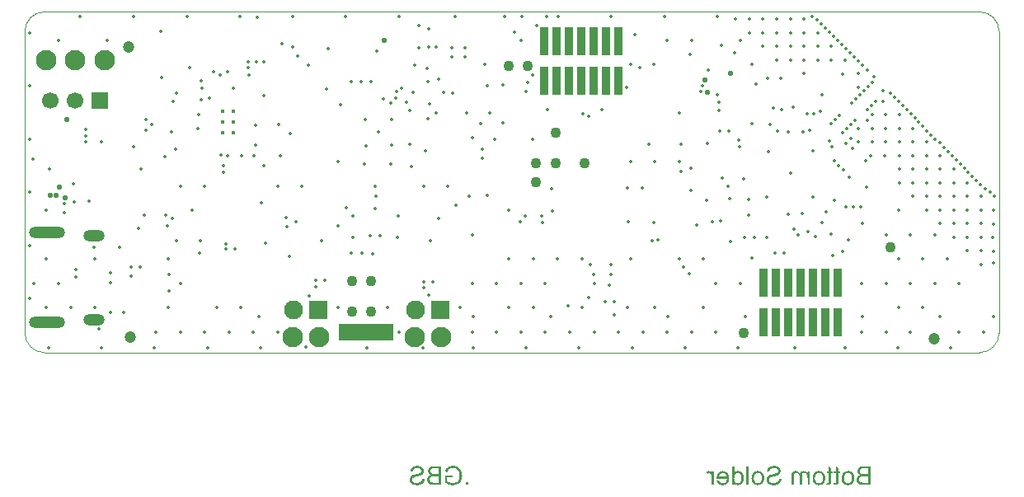
<source format=gbs>
G04*
G04 #@! TF.GenerationSoftware,Altium Limited,Altium Designer,24.2.2 (26)*
G04*
G04 Layer_Color=16711935*
%FSLAX43Y43*%
%MOMM*%
G71*
G04*
G04 #@! TF.SameCoordinates,4F7CD7CC-9D04-48A1-B46F-AFD2B6BA45A4*
G04*
G04*
G04 #@! TF.FilePolarity,Negative*
G04*
G01*
G75*
%ADD14C,0.100*%
%ADD29C,1.100*%
%ADD71C,1.200*%
%ADD80C,1.700*%
%ADD81R,1.700X1.700*%
%ADD82C,2.100*%
%ADD83R,1.950X1.950*%
%ADD84C,1.950*%
%ADD85O,2.200X1.200*%
%ADD86O,2.700X1.200*%
%ADD87O,3.700X1.200*%
%ADD88C,0.100*%
%ADD89C,0.350*%
%ADD90C,0.550*%
%ADD91C,0.400*%
%ADD179R,5.583X1.766*%
%ADD180R,0.840X2.890*%
G36*
X44046Y-11633D02*
X44143Y-11647D01*
X44187Y-11655D01*
X44229Y-11666D01*
X44268Y-11675D01*
X44304Y-11686D01*
X44337Y-11697D01*
X44365Y-11708D01*
X44390Y-11719D01*
X44412Y-11727D01*
X44429Y-11736D01*
X44440Y-11741D01*
X44448Y-11744D01*
X44451Y-11747D01*
X44490Y-11772D01*
X44529Y-11797D01*
X44596Y-11855D01*
X44654Y-11913D01*
X44701Y-11975D01*
X44740Y-12027D01*
X44754Y-12050D01*
X44765Y-12072D01*
X44776Y-12088D01*
X44782Y-12099D01*
X44784Y-12108D01*
X44787Y-12111D01*
X44826Y-12202D01*
X44854Y-12294D01*
X44876Y-12383D01*
X44881Y-12424D01*
X44890Y-12463D01*
X44893Y-12499D01*
X44898Y-12530D01*
X44901Y-12560D01*
Y-12585D01*
X44904Y-12605D01*
Y-12619D01*
Y-12630D01*
Y-12633D01*
X44898Y-12735D01*
X44884Y-12832D01*
X44876Y-12877D01*
X44868Y-12918D01*
X44856Y-12960D01*
X44845Y-12996D01*
X44834Y-13030D01*
X44823Y-13057D01*
X44815Y-13085D01*
X44807Y-13104D01*
X44798Y-13124D01*
X44793Y-13135D01*
X44787Y-13143D01*
Y-13146D01*
X44737Y-13227D01*
X44682Y-13296D01*
X44623Y-13357D01*
X44568Y-13407D01*
X44515Y-13446D01*
X44496Y-13460D01*
X44476Y-13474D01*
X44459Y-13482D01*
X44448Y-13490D01*
X44440Y-13493D01*
X44437Y-13496D01*
X44393Y-13518D01*
X44348Y-13535D01*
X44260Y-13565D01*
X44174Y-13585D01*
X44093Y-13601D01*
X44057Y-13604D01*
X44024Y-13610D01*
X43993Y-13613D01*
X43968D01*
X43949Y-13615D01*
X43921D01*
X43843Y-13613D01*
X43768Y-13604D01*
X43699Y-13590D01*
X43638Y-13576D01*
X43613Y-13571D01*
X43588Y-13565D01*
X43566Y-13557D01*
X43546Y-13551D01*
X43532Y-13546D01*
X43521Y-13543D01*
X43516Y-13540D01*
X43513D01*
X43438Y-13510D01*
X43368Y-13474D01*
X43302Y-13435D01*
X43244Y-13399D01*
X43219Y-13382D01*
X43194Y-13365D01*
X43174Y-13352D01*
X43157Y-13340D01*
X43144Y-13329D01*
X43132Y-13321D01*
X43127Y-13318D01*
X43124Y-13315D01*
Y-12602D01*
X43940D01*
Y-12830D01*
X43374D01*
Y-13191D01*
X43407Y-13218D01*
X43446Y-13243D01*
X43488Y-13266D01*
X43527Y-13285D01*
X43560Y-13302D01*
X43591Y-13315D01*
X43602Y-13321D01*
X43607Y-13324D01*
X43613Y-13327D01*
X43616D01*
X43674Y-13346D01*
X43732Y-13363D01*
X43785Y-13374D01*
X43835Y-13379D01*
X43876Y-13385D01*
X43893D01*
X43910Y-13388D01*
X43938D01*
X44007Y-13385D01*
X44074Y-13374D01*
X44135Y-13360D01*
X44190Y-13346D01*
X44235Y-13329D01*
X44254Y-13324D01*
X44268Y-13318D01*
X44282Y-13313D01*
X44290Y-13307D01*
X44296Y-13304D01*
X44298D01*
X44357Y-13268D01*
X44410Y-13229D01*
X44454Y-13188D01*
X44490Y-13146D01*
X44521Y-13107D01*
X44540Y-13077D01*
X44548Y-13066D01*
X44551Y-13057D01*
X44557Y-13052D01*
Y-13049D01*
X44584Y-12980D01*
X44607Y-12907D01*
X44621Y-12835D01*
X44632Y-12766D01*
X44634Y-12735D01*
X44637Y-12707D01*
X44640Y-12680D01*
Y-12658D01*
X44643Y-12641D01*
Y-12627D01*
Y-12619D01*
Y-12616D01*
X44640Y-12538D01*
X44632Y-12469D01*
X44621Y-12402D01*
X44607Y-12344D01*
X44601Y-12319D01*
X44593Y-12297D01*
X44587Y-12277D01*
X44582Y-12261D01*
X44576Y-12247D01*
X44573Y-12238D01*
X44571Y-12233D01*
Y-12230D01*
X44551Y-12191D01*
X44532Y-12155D01*
X44512Y-12122D01*
X44493Y-12094D01*
X44476Y-12072D01*
X44462Y-12052D01*
X44451Y-12041D01*
X44448Y-12038D01*
X44418Y-12008D01*
X44385Y-11980D01*
X44348Y-11958D01*
X44315Y-11936D01*
X44287Y-11922D01*
X44265Y-11908D01*
X44249Y-11902D01*
X44243Y-11900D01*
X44193Y-11880D01*
X44143Y-11866D01*
X44090Y-11858D01*
X44043Y-11850D01*
X44001Y-11847D01*
X43985D01*
X43971Y-11844D01*
X43940D01*
X43888Y-11847D01*
X43838Y-11852D01*
X43793Y-11861D01*
X43754Y-11869D01*
X43721Y-11880D01*
X43696Y-11889D01*
X43682Y-11894D01*
X43677Y-11897D01*
X43635Y-11916D01*
X43599Y-11938D01*
X43566Y-11961D01*
X43541Y-11983D01*
X43521Y-12002D01*
X43504Y-12016D01*
X43496Y-12027D01*
X43493Y-12030D01*
X43468Y-12063D01*
X43449Y-12102D01*
X43430Y-12138D01*
X43413Y-12177D01*
X43402Y-12211D01*
X43393Y-12236D01*
X43391Y-12247D01*
X43388Y-12255D01*
X43385Y-12258D01*
Y-12261D01*
X43155Y-12199D01*
X43174Y-12130D01*
X43199Y-12069D01*
X43224Y-12013D01*
X43246Y-11969D01*
X43269Y-11933D01*
X43285Y-11908D01*
X43296Y-11891D01*
X43302Y-11886D01*
X43341Y-11841D01*
X43382Y-11805D01*
X43427Y-11772D01*
X43468Y-11744D01*
X43507Y-11725D01*
X43538Y-11708D01*
X43549Y-11703D01*
X43557Y-11700D01*
X43563Y-11697D01*
X43566D01*
X43629Y-11675D01*
X43696Y-11658D01*
X43757Y-11644D01*
X43815Y-11636D01*
X43868Y-11630D01*
X43890D01*
X43907Y-11628D01*
X43996D01*
X44046Y-11633D01*
D02*
G37*
G36*
X45548Y-13582D02*
X45278D01*
Y-13313D01*
X45548D01*
Y-13582D01*
D02*
G37*
G36*
X42760D02*
X42028D01*
X41961Y-13579D01*
X41903Y-13576D01*
X41850Y-13571D01*
X41805Y-13565D01*
X41769Y-13560D01*
X41742Y-13557D01*
X41725Y-13551D01*
X41719D01*
X41672Y-13538D01*
X41633Y-13524D01*
X41597Y-13507D01*
X41567Y-13490D01*
X41542Y-13479D01*
X41522Y-13468D01*
X41511Y-13460D01*
X41508Y-13457D01*
X41478Y-13432D01*
X41450Y-13402D01*
X41428Y-13371D01*
X41406Y-13343D01*
X41389Y-13315D01*
X41378Y-13296D01*
X41370Y-13282D01*
X41367Y-13277D01*
X41347Y-13232D01*
X41333Y-13188D01*
X41322Y-13146D01*
X41317Y-13107D01*
X41311Y-13074D01*
X41308Y-13046D01*
Y-13030D01*
Y-13027D01*
Y-13024D01*
X41311Y-12963D01*
X41322Y-12907D01*
X41339Y-12860D01*
X41356Y-12816D01*
X41372Y-12782D01*
X41389Y-12757D01*
X41400Y-12741D01*
X41403Y-12735D01*
X41442Y-12691D01*
X41483Y-12655D01*
X41531Y-12624D01*
X41572Y-12599D01*
X41611Y-12580D01*
X41644Y-12569D01*
X41656Y-12563D01*
X41664Y-12560D01*
X41669Y-12558D01*
X41672D01*
X41625Y-12530D01*
X41583Y-12502D01*
X41550Y-12472D01*
X41522Y-12444D01*
X41500Y-12422D01*
X41483Y-12399D01*
X41475Y-12388D01*
X41472Y-12383D01*
X41450Y-12341D01*
X41433Y-12302D01*
X41420Y-12263D01*
X41411Y-12227D01*
X41406Y-12197D01*
X41403Y-12172D01*
Y-12158D01*
Y-12152D01*
X41406Y-12105D01*
X41414Y-12058D01*
X41428Y-12016D01*
X41442Y-11977D01*
X41456Y-11944D01*
X41470Y-11922D01*
X41478Y-11905D01*
X41481Y-11900D01*
X41511Y-11858D01*
X41544Y-11819D01*
X41581Y-11789D01*
X41614Y-11764D01*
X41642Y-11744D01*
X41667Y-11730D01*
X41683Y-11722D01*
X41686Y-11719D01*
X41689D01*
X41742Y-11700D01*
X41800Y-11686D01*
X41858Y-11675D01*
X41914Y-11669D01*
X41964Y-11664D01*
X41986D01*
X42005Y-11661D01*
X42760D01*
Y-13582D01*
D02*
G37*
G36*
X40370Y-11630D02*
X40434Y-11639D01*
X40495Y-11650D01*
X40548Y-11661D01*
X40589Y-11672D01*
X40609Y-11678D01*
X40623Y-11683D01*
X40634Y-11689D01*
X40642Y-11691D01*
X40648Y-11694D01*
X40651D01*
X40706Y-11722D01*
X40756Y-11752D01*
X40798Y-11786D01*
X40831Y-11816D01*
X40856Y-11844D01*
X40875Y-11866D01*
X40889Y-11883D01*
X40892Y-11886D01*
Y-11889D01*
X40920Y-11936D01*
X40939Y-11983D01*
X40953Y-12030D01*
X40961Y-12072D01*
X40967Y-12108D01*
X40973Y-12136D01*
Y-12147D01*
Y-12155D01*
Y-12158D01*
Y-12161D01*
X40970Y-12208D01*
X40961Y-12252D01*
X40950Y-12294D01*
X40939Y-12330D01*
X40928Y-12358D01*
X40917Y-12380D01*
X40909Y-12394D01*
X40906Y-12399D01*
X40878Y-12438D01*
X40845Y-12474D01*
X40812Y-12505D01*
X40778Y-12530D01*
X40750Y-12552D01*
X40725Y-12566D01*
X40709Y-12577D01*
X40706Y-12580D01*
X40703D01*
X40681Y-12591D01*
X40656Y-12602D01*
X40601Y-12621D01*
X40537Y-12641D01*
X40476Y-12660D01*
X40420Y-12677D01*
X40395Y-12682D01*
X40373Y-12688D01*
X40356Y-12694D01*
X40342Y-12696D01*
X40334Y-12699D01*
X40331D01*
X40284Y-12710D01*
X40240Y-12721D01*
X40201Y-12732D01*
X40167Y-12741D01*
X40134Y-12749D01*
X40106Y-12757D01*
X40081Y-12763D01*
X40062Y-12771D01*
X40043Y-12777D01*
X40029Y-12780D01*
X40006Y-12788D01*
X39993Y-12791D01*
X39990Y-12794D01*
X39948Y-12810D01*
X39912Y-12830D01*
X39882Y-12849D01*
X39859Y-12866D01*
X39840Y-12882D01*
X39829Y-12894D01*
X39820Y-12902D01*
X39818Y-12905D01*
X39798Y-12930D01*
X39784Y-12957D01*
X39776Y-12985D01*
X39768Y-13007D01*
X39765Y-13030D01*
X39762Y-13046D01*
Y-13060D01*
Y-13063D01*
X39765Y-13096D01*
X39770Y-13127D01*
X39779Y-13154D01*
X39790Y-13177D01*
X39801Y-13199D01*
X39809Y-13213D01*
X39815Y-13224D01*
X39818Y-13227D01*
X39840Y-13254D01*
X39868Y-13277D01*
X39895Y-13296D01*
X39920Y-13315D01*
X39945Y-13327D01*
X39965Y-13338D01*
X39979Y-13343D01*
X39984Y-13346D01*
X40026Y-13360D01*
X40070Y-13371D01*
X40115Y-13377D01*
X40154Y-13382D01*
X40187Y-13385D01*
X40215Y-13388D01*
X40240D01*
X40301Y-13385D01*
X40356Y-13379D01*
X40406Y-13371D01*
X40451Y-13360D01*
X40487Y-13349D01*
X40514Y-13340D01*
X40523Y-13338D01*
X40531Y-13335D01*
X40534Y-13332D01*
X40537D01*
X40581Y-13310D01*
X40623Y-13285D01*
X40653Y-13260D01*
X40681Y-13235D01*
X40703Y-13216D01*
X40717Y-13196D01*
X40725Y-13185D01*
X40728Y-13182D01*
X40748Y-13146D01*
X40767Y-13107D01*
X40778Y-13066D01*
X40789Y-13030D01*
X40798Y-12993D01*
X40803Y-12968D01*
Y-12957D01*
X40806Y-12949D01*
Y-12946D01*
Y-12943D01*
X41045Y-12966D01*
X41039Y-13035D01*
X41028Y-13102D01*
X41011Y-13160D01*
X40992Y-13213D01*
X40973Y-13254D01*
X40964Y-13271D01*
X40959Y-13285D01*
X40950Y-13296D01*
X40948Y-13304D01*
X40942Y-13310D01*
Y-13313D01*
X40900Y-13365D01*
X40856Y-13413D01*
X40809Y-13452D01*
X40764Y-13485D01*
X40725Y-13510D01*
X40692Y-13526D01*
X40681Y-13532D01*
X40673Y-13538D01*
X40667Y-13540D01*
X40664D01*
X40595Y-13565D01*
X40523Y-13585D01*
X40451Y-13596D01*
X40381Y-13607D01*
X40348Y-13610D01*
X40320Y-13613D01*
X40295D01*
X40273Y-13615D01*
X40229D01*
X40154Y-13613D01*
X40084Y-13604D01*
X40020Y-13590D01*
X39968Y-13576D01*
X39923Y-13565D01*
X39904Y-13557D01*
X39887Y-13551D01*
X39876Y-13546D01*
X39868Y-13543D01*
X39862Y-13540D01*
X39859D01*
X39801Y-13510D01*
X39751Y-13476D01*
X39707Y-13440D01*
X39671Y-13407D01*
X39643Y-13379D01*
X39623Y-13354D01*
X39609Y-13338D01*
X39607Y-13335D01*
Y-13332D01*
X39576Y-13279D01*
X39554Y-13229D01*
X39540Y-13182D01*
X39529Y-13138D01*
X39523Y-13099D01*
X39518Y-13068D01*
Y-13057D01*
Y-13049D01*
Y-13046D01*
Y-13043D01*
X39521Y-12988D01*
X39529Y-12935D01*
X39543Y-12888D01*
X39557Y-12849D01*
X39573Y-12816D01*
X39584Y-12791D01*
X39596Y-12777D01*
X39598Y-12771D01*
X39632Y-12730D01*
X39671Y-12691D01*
X39712Y-12658D01*
X39754Y-12627D01*
X39790Y-12605D01*
X39820Y-12588D01*
X39832Y-12583D01*
X39840Y-12577D01*
X39845Y-12574D01*
X39848D01*
X39870Y-12563D01*
X39898Y-12555D01*
X39929Y-12544D01*
X39962Y-12533D01*
X40031Y-12513D01*
X40104Y-12494D01*
X40137Y-12485D01*
X40167Y-12477D01*
X40198Y-12469D01*
X40223Y-12463D01*
X40242Y-12458D01*
X40259Y-12455D01*
X40270Y-12452D01*
X40273D01*
X40328Y-12438D01*
X40378Y-12427D01*
X40423Y-12413D01*
X40462Y-12402D01*
X40498Y-12388D01*
X40528Y-12377D01*
X40556Y-12366D01*
X40581Y-12358D01*
X40601Y-12347D01*
X40617Y-12338D01*
X40628Y-12333D01*
X40639Y-12324D01*
X40653Y-12316D01*
X40656Y-12313D01*
X40681Y-12286D01*
X40698Y-12258D01*
X40712Y-12230D01*
X40720Y-12202D01*
X40725Y-12180D01*
X40728Y-12161D01*
Y-12149D01*
Y-12144D01*
X40723Y-12099D01*
X40712Y-12061D01*
X40695Y-12027D01*
X40676Y-11997D01*
X40659Y-11975D01*
X40642Y-11955D01*
X40631Y-11944D01*
X40626Y-11941D01*
X40603Y-11927D01*
X40581Y-11913D01*
X40528Y-11891D01*
X40473Y-11877D01*
X40417Y-11866D01*
X40367Y-11861D01*
X40345Y-11858D01*
X40328Y-11855D01*
X40290D01*
X40212Y-11858D01*
X40142Y-11869D01*
X40087Y-11886D01*
X40040Y-11902D01*
X40004Y-11919D01*
X39976Y-11936D01*
X39962Y-11947D01*
X39956Y-11950D01*
X39918Y-11988D01*
X39887Y-12030D01*
X39862Y-12075D01*
X39845Y-12119D01*
X39834Y-12161D01*
X39826Y-12191D01*
X39823Y-12205D01*
X39820Y-12213D01*
Y-12219D01*
Y-12222D01*
X39576Y-12202D01*
X39582Y-12141D01*
X39596Y-12086D01*
X39609Y-12033D01*
X39629Y-11988D01*
X39646Y-11952D01*
X39659Y-11925D01*
X39665Y-11916D01*
X39671Y-11908D01*
X39673Y-11905D01*
Y-11902D01*
X39709Y-11855D01*
X39748Y-11814D01*
X39790Y-11777D01*
X39832Y-11750D01*
X39868Y-11725D01*
X39895Y-11711D01*
X39907Y-11705D01*
X39915Y-11700D01*
X39920Y-11697D01*
X39923D01*
X39984Y-11675D01*
X40051Y-11658D01*
X40112Y-11644D01*
X40170Y-11636D01*
X40223Y-11630D01*
X40242D01*
X40262Y-11628D01*
X40298D01*
X40370Y-11630D01*
D02*
G37*
G36*
X80030Y-12161D02*
X80077Y-12169D01*
X80118Y-12177D01*
X80154Y-12188D01*
X80185Y-12202D01*
X80207Y-12211D01*
X80221Y-12219D01*
X80227Y-12222D01*
X80265Y-12247D01*
X80299Y-12274D01*
X80329Y-12302D01*
X80354Y-12330D01*
X80374Y-12352D01*
X80390Y-12372D01*
X80399Y-12383D01*
X80402Y-12388D01*
Y-12188D01*
X80613D01*
Y-13582D01*
X80377D01*
Y-12860D01*
X80374Y-12794D01*
X80371Y-12735D01*
X80365Y-12685D01*
X80357Y-12644D01*
X80349Y-12613D01*
X80343Y-12591D01*
X80340Y-12577D01*
X80338Y-12571D01*
X80321Y-12535D01*
X80302Y-12505D01*
X80282Y-12477D01*
X80263Y-12455D01*
X80243Y-12438D01*
X80229Y-12427D01*
X80218Y-12419D01*
X80216Y-12416D01*
X80182Y-12399D01*
X80152Y-12385D01*
X80118Y-12377D01*
X80091Y-12369D01*
X80068Y-12366D01*
X80049Y-12363D01*
X80032D01*
X79985Y-12366D01*
X79946Y-12374D01*
X79913Y-12388D01*
X79888Y-12402D01*
X79868Y-12419D01*
X79855Y-12430D01*
X79846Y-12441D01*
X79843Y-12444D01*
X79824Y-12477D01*
X79810Y-12513D01*
X79799Y-12552D01*
X79794Y-12591D01*
X79788Y-12624D01*
X79785Y-12655D01*
Y-12666D01*
Y-12671D01*
Y-12677D01*
Y-12680D01*
Y-13582D01*
X79549Y-13582D01*
Y-12774D01*
X79544Y-12699D01*
X79533Y-12635D01*
X79519Y-12583D01*
X79499Y-12538D01*
X79483Y-12505D01*
X79466Y-12483D01*
X79455Y-12469D01*
X79452Y-12463D01*
X79413Y-12430D01*
X79372Y-12405D01*
X79330Y-12388D01*
X79291Y-12374D01*
X79258Y-12369D01*
X79230Y-12366D01*
X79219Y-12363D01*
X79205D01*
X79174Y-12366D01*
X79149Y-12369D01*
X79124Y-12374D01*
X79105Y-12383D01*
X79086Y-12391D01*
X79074Y-12397D01*
X79066Y-12399D01*
X79063Y-12402D01*
X79041Y-12419D01*
X79025Y-12435D01*
X79011Y-12452D01*
X79000Y-12469D01*
X78991Y-12483D01*
X78986Y-12494D01*
X78980Y-12502D01*
Y-12505D01*
X78972Y-12530D01*
X78966Y-12563D01*
X78963Y-12596D01*
X78961Y-12630D01*
X78958Y-12660D01*
Y-12685D01*
Y-12702D01*
Y-12705D01*
Y-12707D01*
Y-13582D01*
X78722D01*
Y-12627D01*
Y-12583D01*
X78727Y-12544D01*
X78733Y-12505D01*
X78739Y-12472D01*
X78747Y-12438D01*
X78758Y-12410D01*
X78766Y-12385D01*
X78777Y-12360D01*
X78789Y-12341D01*
X78797Y-12322D01*
X78816Y-12297D01*
X78827Y-12280D01*
X78833Y-12274D01*
X78877Y-12236D01*
X78930Y-12208D01*
X78983Y-12186D01*
X79033Y-12172D01*
X79080Y-12163D01*
X79099Y-12161D01*
X79119D01*
X79133Y-12158D01*
X79152D01*
X79202Y-12161D01*
X79247Y-12169D01*
X79291Y-12180D01*
X79333Y-12197D01*
X79372Y-12216D01*
X79408Y-12236D01*
X79438Y-12258D01*
X79469Y-12280D01*
X79496Y-12305D01*
X79519Y-12327D01*
X79538Y-12347D01*
X79555Y-12366D01*
X79569Y-12383D01*
X79577Y-12394D01*
X79583Y-12402D01*
X79585Y-12405D01*
X79602Y-12363D01*
X79624Y-12327D01*
X79649Y-12297D01*
X79671Y-12272D01*
X79694Y-12249D01*
X79710Y-12236D01*
X79721Y-12227D01*
X79727Y-12224D01*
X79766Y-12202D01*
X79807Y-12186D01*
X79849Y-12174D01*
X79891Y-12166D01*
X79924Y-12161D01*
X79955Y-12158D01*
X79980D01*
X80030Y-12161D01*
D02*
G37*
G36*
X83558Y-11844D02*
Y-12188D01*
X83733D01*
Y-12372D01*
X83558D01*
Y-13177D01*
Y-13216D01*
Y-13249D01*
X83555Y-13279D01*
X83553Y-13310D01*
Y-13335D01*
X83550Y-13357D01*
X83544Y-13393D01*
X83539Y-13421D01*
X83536Y-13440D01*
X83530Y-13452D01*
Y-13454D01*
X83519Y-13479D01*
X83503Y-13499D01*
X83486Y-13518D01*
X83472Y-13532D01*
X83455Y-13546D01*
X83444Y-13554D01*
X83436Y-13560D01*
X83433Y-13563D01*
X83403Y-13576D01*
X83372Y-13585D01*
X83339Y-13593D01*
X83305Y-13596D01*
X83278Y-13599D01*
X83255Y-13601D01*
X83233D01*
X83172Y-13599D01*
X83142Y-13596D01*
X83114Y-13590D01*
X83089Y-13588D01*
X83069Y-13585D01*
X83058Y-13582D01*
X83053D01*
X83083Y-13374D01*
X83106Y-13377D01*
X83128Y-13379D01*
X83147D01*
X83161Y-13382D01*
X83189D01*
X83225Y-13379D01*
X83250Y-13374D01*
X83264Y-13368D01*
X83269Y-13365D01*
X83289Y-13352D01*
X83300Y-13338D01*
X83308Y-13327D01*
X83311Y-13321D01*
X83314Y-13307D01*
X83317Y-13288D01*
X83319Y-13243D01*
X83322Y-13224D01*
Y-13207D01*
Y-13196D01*
Y-13191D01*
Y-12372D01*
X83083D01*
Y-12188D01*
X83322D01*
Y-11703D01*
X83558Y-11844D01*
D02*
G37*
G36*
X82811D02*
Y-12188D01*
X82986D01*
Y-12372D01*
X82811D01*
Y-13177D01*
Y-13216D01*
Y-13249D01*
X82809Y-13279D01*
X82806Y-13310D01*
Y-13335D01*
X82803Y-13357D01*
X82797Y-13393D01*
X82792Y-13421D01*
X82789Y-13440D01*
X82784Y-13452D01*
Y-13454D01*
X82772Y-13479D01*
X82756Y-13499D01*
X82739Y-13518D01*
X82725Y-13532D01*
X82709Y-13546D01*
X82697Y-13554D01*
X82689Y-13560D01*
X82686Y-13563D01*
X82656Y-13576D01*
X82625Y-13585D01*
X82592Y-13593D01*
X82559Y-13596D01*
X82531Y-13599D01*
X82509Y-13601D01*
X82486D01*
X82425Y-13599D01*
X82395Y-13596D01*
X82367Y-13590D01*
X82342Y-13588D01*
X82323Y-13585D01*
X82312Y-13582D01*
X82306D01*
X82337Y-13374D01*
X82359Y-13377D01*
X82381Y-13379D01*
X82400D01*
X82414Y-13382D01*
X82442D01*
X82478Y-13379D01*
X82503Y-13374D01*
X82517Y-13368D01*
X82523Y-13365D01*
X82542Y-13352D01*
X82553Y-13338D01*
X82561Y-13327D01*
X82564Y-13321D01*
X82567Y-13307D01*
X82570Y-13288D01*
X82573Y-13243D01*
X82575Y-13224D01*
Y-13207D01*
Y-13196D01*
Y-13191D01*
Y-12372D01*
X82337D01*
Y-12188D01*
X82575D01*
Y-11703D01*
X82811Y-11844D01*
D02*
G37*
G36*
X71734Y-12161D02*
X71784Y-12166D01*
X71831Y-12174D01*
X71876Y-12188D01*
X71917Y-12202D01*
X71956Y-12219D01*
X71992Y-12236D01*
X72023Y-12255D01*
X72053Y-12272D01*
X72078Y-12291D01*
X72101Y-12308D01*
X72117Y-12322D01*
X72131Y-12335D01*
X72142Y-12344D01*
X72148Y-12349D01*
X72151Y-12352D01*
X72181Y-12391D01*
X72209Y-12433D01*
X72234Y-12474D01*
X72256Y-12519D01*
X72273Y-12566D01*
X72287Y-12610D01*
X72309Y-12699D01*
X72317Y-12738D01*
X72323Y-12777D01*
X72325Y-12810D01*
X72328Y-12841D01*
X72331Y-12866D01*
Y-12882D01*
Y-12896D01*
Y-12899D01*
X72328Y-12960D01*
X72323Y-13018D01*
X72314Y-13074D01*
X72303Y-13124D01*
X72289Y-13171D01*
X72276Y-13216D01*
X72259Y-13254D01*
X72242Y-13290D01*
X72226Y-13321D01*
X72209Y-13349D01*
X72195Y-13371D01*
X72181Y-13390D01*
X72170Y-13407D01*
X72162Y-13418D01*
X72156Y-13424D01*
X72153Y-13427D01*
X72117Y-13460D01*
X72081Y-13488D01*
X72042Y-13513D01*
X72001Y-13535D01*
X71962Y-13551D01*
X71920Y-13568D01*
X71842Y-13590D01*
X71806Y-13596D01*
X71773Y-13601D01*
X71742Y-13607D01*
X71717Y-13610D01*
X71698Y-13613D01*
X71668D01*
X71581Y-13607D01*
X71504Y-13593D01*
X71434Y-13576D01*
X71407Y-13565D01*
X71379Y-13554D01*
X71354Y-13543D01*
X71332Y-13532D01*
X71315Y-13524D01*
X71298Y-13515D01*
X71287Y-13507D01*
X71279Y-13501D01*
X71273Y-13496D01*
X71271D01*
X71215Y-13446D01*
X71171Y-13393D01*
X71132Y-13338D01*
X71104Y-13285D01*
X71082Y-13238D01*
X71073Y-13216D01*
X71065Y-13199D01*
X71060Y-13182D01*
X71057Y-13171D01*
X71054Y-13166D01*
Y-13163D01*
X71298Y-13132D01*
X71321Y-13185D01*
X71345Y-13229D01*
X71370Y-13268D01*
X71393Y-13299D01*
X71412Y-13321D01*
X71429Y-13338D01*
X71443Y-13349D01*
X71445Y-13352D01*
X71482Y-13374D01*
X71518Y-13390D01*
X71556Y-13402D01*
X71590Y-13410D01*
X71620Y-13415D01*
X71645Y-13418D01*
X71668D01*
X71701Y-13415D01*
X71731Y-13413D01*
X71787Y-13399D01*
X71837Y-13379D01*
X71881Y-13357D01*
X71915Y-13338D01*
X71940Y-13318D01*
X71956Y-13304D01*
X71959Y-13299D01*
X71962D01*
X72001Y-13249D01*
X72031Y-13193D01*
X72053Y-13132D01*
X72070Y-13077D01*
X72078Y-13027D01*
X72084Y-13005D01*
X72087Y-12985D01*
Y-12968D01*
X72090Y-12957D01*
Y-12949D01*
Y-12946D01*
X71048D01*
X71046Y-12918D01*
Y-12899D01*
Y-12888D01*
Y-12885D01*
X71048Y-12821D01*
X71054Y-12763D01*
X71062Y-12707D01*
X71073Y-12655D01*
X71087Y-12608D01*
X71101Y-12563D01*
X71118Y-12524D01*
X71134Y-12488D01*
X71151Y-12455D01*
X71168Y-12427D01*
X71182Y-12405D01*
X71196Y-12385D01*
X71207Y-12369D01*
X71215Y-12358D01*
X71221Y-12352D01*
X71223Y-12349D01*
X71257Y-12316D01*
X71293Y-12286D01*
X71332Y-12261D01*
X71370Y-12238D01*
X71409Y-12219D01*
X71445Y-12205D01*
X71484Y-12191D01*
X71518Y-12183D01*
X71554Y-12174D01*
X71584Y-12169D01*
X71612Y-12163D01*
X71634Y-12161D01*
X71654Y-12158D01*
X71681D01*
X71734Y-12161D01*
D02*
G37*
G36*
X86862Y-13582D02*
X86129D01*
X86062Y-13579D01*
X86004Y-13576D01*
X85951Y-13571D01*
X85907Y-13565D01*
X85871Y-13560D01*
X85843Y-13557D01*
X85826Y-13551D01*
X85821D01*
X85773Y-13538D01*
X85735Y-13524D01*
X85699Y-13507D01*
X85668Y-13490D01*
X85643Y-13479D01*
X85624Y-13468D01*
X85612Y-13460D01*
X85610Y-13457D01*
X85579Y-13432D01*
X85551Y-13402D01*
X85529Y-13371D01*
X85507Y-13343D01*
X85490Y-13315D01*
X85479Y-13296D01*
X85471Y-13282D01*
X85468Y-13277D01*
X85449Y-13232D01*
X85435Y-13188D01*
X85424Y-13146D01*
X85418Y-13107D01*
X85413Y-13074D01*
X85410Y-13046D01*
Y-13030D01*
Y-13027D01*
Y-13024D01*
X85413Y-12963D01*
X85424Y-12907D01*
X85440Y-12860D01*
X85457Y-12816D01*
X85474Y-12782D01*
X85490Y-12757D01*
X85501Y-12741D01*
X85504Y-12735D01*
X85543Y-12691D01*
X85585Y-12655D01*
X85632Y-12624D01*
X85674Y-12599D01*
X85712Y-12580D01*
X85746Y-12569D01*
X85757Y-12563D01*
X85765Y-12560D01*
X85771Y-12558D01*
X85773D01*
X85726Y-12530D01*
X85685Y-12502D01*
X85651Y-12472D01*
X85624Y-12444D01*
X85601Y-12422D01*
X85585Y-12399D01*
X85576Y-12388D01*
X85574Y-12383D01*
X85551Y-12341D01*
X85535Y-12302D01*
X85521Y-12263D01*
X85513Y-12227D01*
X85507Y-12197D01*
X85504Y-12172D01*
Y-12158D01*
Y-12152D01*
X85507Y-12105D01*
X85515Y-12058D01*
X85529Y-12016D01*
X85543Y-11977D01*
X85557Y-11944D01*
X85571Y-11922D01*
X85579Y-11905D01*
X85582Y-11900D01*
X85612Y-11858D01*
X85646Y-11819D01*
X85682Y-11789D01*
X85715Y-11764D01*
X85743Y-11744D01*
X85768Y-11730D01*
X85785Y-11722D01*
X85787Y-11719D01*
X85790D01*
X85843Y-11700D01*
X85901Y-11686D01*
X85960Y-11675D01*
X86015Y-11669D01*
X86065Y-11664D01*
X86087D01*
X86107Y-11661D01*
X86862D01*
Y-13582D01*
D02*
G37*
G36*
X74347Y-13582D02*
X74111D01*
Y-11661D01*
X74347D01*
Y-13582D01*
D02*
G37*
G36*
X70277Y-12161D02*
X70304Y-12166D01*
X70332Y-12174D01*
X70354Y-12183D01*
X70371Y-12191D01*
X70388Y-12199D01*
X70396Y-12205D01*
X70399Y-12208D01*
X70424Y-12230D01*
X70449Y-12258D01*
X70474Y-12291D01*
X70496Y-12322D01*
X70518Y-12352D01*
X70532Y-12377D01*
X70543Y-12397D01*
X70546Y-12399D01*
Y-12188D01*
X70760D01*
Y-13582D01*
X70524D01*
Y-12855D01*
X70521Y-12799D01*
X70518Y-12749D01*
X70513Y-12702D01*
X70504Y-12660D01*
X70496Y-12627D01*
X70490Y-12602D01*
X70488Y-12585D01*
X70485Y-12580D01*
X70474Y-12549D01*
X70460Y-12524D01*
X70446Y-12502D01*
X70432Y-12483D01*
X70418Y-12469D01*
X70410Y-12458D01*
X70402Y-12452D01*
X70399Y-12449D01*
X70377Y-12433D01*
X70352Y-12422D01*
X70327Y-12413D01*
X70307Y-12408D01*
X70288Y-12405D01*
X70274Y-12402D01*
X70260D01*
X70229Y-12405D01*
X70199Y-12410D01*
X70168Y-12419D01*
X70143Y-12427D01*
X70121Y-12435D01*
X70105Y-12444D01*
X70093Y-12449D01*
X70091Y-12452D01*
X70005Y-12236D01*
X70052Y-12211D01*
X70096Y-12191D01*
X70135Y-12177D01*
X70171Y-12166D01*
X70202Y-12161D01*
X70227Y-12158D01*
X70246D01*
X70277Y-12161D01*
D02*
G37*
G36*
X84574Y-12161D02*
X84619Y-12163D01*
X84705Y-12183D01*
X84780Y-12208D01*
X84813Y-12222D01*
X84843Y-12236D01*
X84871Y-12249D01*
X84893Y-12263D01*
X84916Y-12277D01*
X84932Y-12288D01*
X84946Y-12299D01*
X84957Y-12308D01*
X84963Y-12310D01*
X84966Y-12313D01*
X85004Y-12349D01*
X85035Y-12391D01*
X85066Y-12435D01*
X85088Y-12480D01*
X85110Y-12527D01*
X85127Y-12577D01*
X85141Y-12624D01*
X85152Y-12669D01*
X85163Y-12713D01*
X85168Y-12752D01*
X85174Y-12791D01*
X85177Y-12821D01*
Y-12849D01*
X85179Y-12869D01*
Y-12880D01*
Y-12885D01*
X85177Y-12949D01*
X85171Y-13010D01*
X85163Y-13066D01*
X85152Y-13118D01*
X85138Y-13166D01*
X85124Y-13210D01*
X85107Y-13252D01*
X85091Y-13288D01*
X85074Y-13321D01*
X85057Y-13349D01*
X85043Y-13371D01*
X85029Y-13390D01*
X85018Y-13407D01*
X85010Y-13418D01*
X85004Y-13424D01*
X85002Y-13427D01*
X84966Y-13460D01*
X84930Y-13488D01*
X84891Y-13513D01*
X84852Y-13535D01*
X84813Y-13551D01*
X84771Y-13568D01*
X84696Y-13590D01*
X84663Y-13596D01*
X84630Y-13601D01*
X84602Y-13607D01*
X84577Y-13610D01*
X84555Y-13613D01*
X84527D01*
X84460Y-13610D01*
X84399Y-13599D01*
X84341Y-13585D01*
X84294Y-13571D01*
X84252Y-13554D01*
X84235Y-13549D01*
X84222Y-13543D01*
X84208Y-13538D01*
X84199Y-13532D01*
X84197Y-13529D01*
X84194D01*
X84138Y-13493D01*
X84091Y-13454D01*
X84049Y-13415D01*
X84016Y-13377D01*
X83991Y-13343D01*
X83972Y-13315D01*
X83966Y-13304D01*
X83961Y-13296D01*
X83958Y-13293D01*
Y-13290D01*
X83930Y-13227D01*
X83911Y-13157D01*
X83894Y-13088D01*
X83886Y-13018D01*
X83880Y-12988D01*
Y-12960D01*
X83877Y-12932D01*
X83875Y-12910D01*
Y-12891D01*
Y-12877D01*
Y-12869D01*
Y-12866D01*
X83877Y-12805D01*
X83883Y-12749D01*
X83891Y-12696D01*
X83902Y-12646D01*
X83916Y-12599D01*
X83933Y-12558D01*
X83950Y-12516D01*
X83966Y-12483D01*
X83983Y-12452D01*
X83999Y-12424D01*
X84016Y-12399D01*
X84030Y-12380D01*
X84041Y-12366D01*
X84049Y-12355D01*
X84055Y-12349D01*
X84058Y-12347D01*
X84094Y-12313D01*
X84130Y-12286D01*
X84169Y-12258D01*
X84208Y-12238D01*
X84247Y-12219D01*
X84285Y-12205D01*
X84360Y-12180D01*
X84396Y-12174D01*
X84427Y-12169D01*
X84455Y-12163D01*
X84480Y-12161D01*
X84499Y-12158D01*
X84527D01*
X84574Y-12161D01*
D02*
G37*
G36*
X81587D02*
X81631Y-12163D01*
X81717Y-12183D01*
X81792Y-12208D01*
X81826Y-12222D01*
X81856Y-12236D01*
X81884Y-12249D01*
X81906Y-12263D01*
X81928Y-12277D01*
X81945Y-12288D01*
X81959Y-12299D01*
X81970Y-12308D01*
X81976Y-12310D01*
X81978Y-12313D01*
X82017Y-12349D01*
X82048Y-12391D01*
X82078Y-12435D01*
X82101Y-12480D01*
X82123Y-12527D01*
X82139Y-12577D01*
X82153Y-12624D01*
X82164Y-12669D01*
X82176Y-12713D01*
X82181Y-12752D01*
X82187Y-12791D01*
X82189Y-12821D01*
Y-12849D01*
X82192Y-12869D01*
Y-12880D01*
Y-12885D01*
X82189Y-12949D01*
X82184Y-13010D01*
X82176Y-13066D01*
X82164Y-13118D01*
X82151Y-13166D01*
X82137Y-13210D01*
X82120Y-13252D01*
X82103Y-13288D01*
X82087Y-13321D01*
X82070Y-13349D01*
X82056Y-13371D01*
X82042Y-13390D01*
X82031Y-13407D01*
X82023Y-13418D01*
X82017Y-13424D01*
X82015Y-13427D01*
X81978Y-13460D01*
X81942Y-13488D01*
X81903Y-13513D01*
X81865Y-13535D01*
X81826Y-13551D01*
X81784Y-13568D01*
X81709Y-13590D01*
X81676Y-13596D01*
X81642Y-13601D01*
X81615Y-13607D01*
X81590Y-13610D01*
X81568Y-13613D01*
X81540D01*
X81473Y-13610D01*
X81412Y-13599D01*
X81354Y-13585D01*
X81307Y-13571D01*
X81265Y-13554D01*
X81248Y-13549D01*
X81234Y-13543D01*
X81220Y-13538D01*
X81212Y-13532D01*
X81209Y-13529D01*
X81207D01*
X81151Y-13493D01*
X81104Y-13454D01*
X81062Y-13415D01*
X81029Y-13377D01*
X81004Y-13343D01*
X80985Y-13315D01*
X80979Y-13304D01*
X80973Y-13296D01*
X80971Y-13293D01*
Y-13290D01*
X80943Y-13227D01*
X80923Y-13157D01*
X80907Y-13088D01*
X80898Y-13018D01*
X80893Y-12988D01*
Y-12960D01*
X80890Y-12932D01*
X80887Y-12910D01*
Y-12891D01*
Y-12877D01*
Y-12869D01*
Y-12866D01*
X80890Y-12805D01*
X80896Y-12749D01*
X80904Y-12696D01*
X80915Y-12646D01*
X80929Y-12599D01*
X80946Y-12558D01*
X80962Y-12516D01*
X80979Y-12483D01*
X80996Y-12452D01*
X81012Y-12424D01*
X81029Y-12399D01*
X81043Y-12380D01*
X81054Y-12366D01*
X81062Y-12355D01*
X81068Y-12349D01*
X81071Y-12347D01*
X81107Y-12313D01*
X81143Y-12286D01*
X81182Y-12258D01*
X81220Y-12238D01*
X81259Y-12219D01*
X81298Y-12205D01*
X81373Y-12180D01*
X81409Y-12174D01*
X81440Y-12169D01*
X81468Y-12163D01*
X81493Y-12161D01*
X81512Y-12158D01*
X81540D01*
X81587Y-12161D01*
D02*
G37*
G36*
X75318Y-12161D02*
X75363Y-12163D01*
X75449Y-12183D01*
X75524Y-12208D01*
X75557Y-12222D01*
X75588Y-12236D01*
X75615Y-12249D01*
X75638Y-12263D01*
X75660Y-12277D01*
X75676Y-12288D01*
X75690Y-12299D01*
X75701Y-12308D01*
X75707Y-12310D01*
X75710Y-12313D01*
X75749Y-12349D01*
X75779Y-12391D01*
X75810Y-12435D01*
X75832Y-12480D01*
X75854Y-12527D01*
X75871Y-12577D01*
X75885Y-12624D01*
X75896Y-12669D01*
X75907Y-12713D01*
X75912Y-12752D01*
X75918Y-12791D01*
X75921Y-12821D01*
Y-12849D01*
X75923Y-12869D01*
Y-12880D01*
Y-12885D01*
X75921Y-12949D01*
X75915Y-13010D01*
X75907Y-13066D01*
X75896Y-13118D01*
X75882Y-13166D01*
X75868Y-13210D01*
X75851Y-13252D01*
X75835Y-13288D01*
X75818Y-13321D01*
X75801Y-13349D01*
X75787Y-13371D01*
X75774Y-13390D01*
X75762Y-13407D01*
X75754Y-13418D01*
X75749Y-13424D01*
X75746Y-13427D01*
X75710Y-13460D01*
X75674Y-13488D01*
X75635Y-13513D01*
X75596Y-13535D01*
X75557Y-13551D01*
X75515Y-13568D01*
X75440Y-13590D01*
X75407Y-13596D01*
X75374Y-13601D01*
X75346Y-13607D01*
X75321Y-13610D01*
X75299Y-13613D01*
X75271D01*
X75204Y-13610D01*
X75143Y-13599D01*
X75085Y-13585D01*
X75038Y-13571D01*
X74996Y-13554D01*
X74980Y-13549D01*
X74966Y-13543D01*
X74952Y-13538D01*
X74943Y-13532D01*
X74941Y-13529D01*
X74938D01*
X74882Y-13493D01*
X74835Y-13454D01*
X74794Y-13415D01*
X74760Y-13377D01*
X74735Y-13343D01*
X74716Y-13315D01*
X74710Y-13304D01*
X74705Y-13296D01*
X74702Y-13293D01*
Y-13290D01*
X74674Y-13227D01*
X74655Y-13157D01*
X74638Y-13088D01*
X74630Y-13018D01*
X74624Y-12988D01*
Y-12960D01*
X74621Y-12932D01*
X74619Y-12910D01*
Y-12891D01*
Y-12877D01*
Y-12869D01*
Y-12866D01*
X74621Y-12805D01*
X74627Y-12749D01*
X74635Y-12696D01*
X74646Y-12646D01*
X74660Y-12599D01*
X74677Y-12558D01*
X74694Y-12516D01*
X74710Y-12483D01*
X74727Y-12452D01*
X74744Y-12424D01*
X74760Y-12399D01*
X74774Y-12380D01*
X74785Y-12366D01*
X74794Y-12355D01*
X74799Y-12349D01*
X74802Y-12347D01*
X74838Y-12313D01*
X74874Y-12286D01*
X74913Y-12258D01*
X74952Y-12238D01*
X74991Y-12219D01*
X75030Y-12205D01*
X75104Y-12180D01*
X75141Y-12174D01*
X75171Y-12169D01*
X75199Y-12163D01*
X75224Y-12161D01*
X75243Y-12158D01*
X75271D01*
X75318Y-12161D01*
D02*
G37*
G36*
X72861Y-12349D02*
X72886Y-12319D01*
X72914Y-12294D01*
X72939Y-12269D01*
X72967Y-12249D01*
X72989Y-12236D01*
X73006Y-12222D01*
X73017Y-12216D01*
X73022Y-12213D01*
X73058Y-12194D01*
X73097Y-12180D01*
X73136Y-12172D01*
X73172Y-12163D01*
X73203Y-12161D01*
X73225Y-12158D01*
X73247D01*
X73308Y-12161D01*
X73367Y-12172D01*
X73419Y-12186D01*
X73464Y-12202D01*
X73503Y-12222D01*
X73530Y-12236D01*
X73541Y-12241D01*
X73550Y-12247D01*
X73553Y-12249D01*
X73555D01*
X73605Y-12286D01*
X73647Y-12330D01*
X73683Y-12372D01*
X73711Y-12413D01*
X73733Y-12452D01*
X73750Y-12483D01*
X73755Y-12494D01*
X73761Y-12502D01*
X73764Y-12508D01*
Y-12510D01*
X73786Y-12574D01*
X73802Y-12641D01*
X73816Y-12705D01*
X73825Y-12763D01*
X73830Y-12813D01*
Y-12835D01*
X73833Y-12852D01*
Y-12869D01*
Y-12880D01*
Y-12885D01*
Y-12888D01*
X73830Y-12966D01*
X73822Y-13038D01*
X73808Y-13102D01*
X73794Y-13157D01*
X73789Y-13182D01*
X73783Y-13202D01*
X73775Y-13221D01*
X73769Y-13238D01*
X73764Y-13249D01*
X73761Y-13257D01*
X73758Y-13263D01*
Y-13266D01*
X73727Y-13324D01*
X73691Y-13374D01*
X73655Y-13418D01*
X73619Y-13454D01*
X73589Y-13482D01*
X73564Y-13504D01*
X73547Y-13515D01*
X73544Y-13521D01*
X73541D01*
X73489Y-13551D01*
X73436Y-13574D01*
X73383Y-13590D01*
X73336Y-13601D01*
X73297Y-13607D01*
X73264Y-13610D01*
X73253Y-13613D01*
X73236D01*
X73189Y-13610D01*
X73144Y-13604D01*
X73103Y-13593D01*
X73067Y-13579D01*
X73031Y-13565D01*
X72997Y-13549D01*
X72970Y-13529D01*
X72945Y-13510D01*
X72920Y-13490D01*
X72900Y-13471D01*
X72884Y-13454D01*
X72870Y-13440D01*
X72859Y-13427D01*
X72850Y-13415D01*
X72847Y-13410D01*
X72845Y-13407D01*
Y-13582D01*
X72625D01*
Y-11661D01*
X72861D01*
Y-12349D01*
D02*
G37*
G36*
X77006Y-11630D02*
X77070Y-11639D01*
X77131Y-11650D01*
X77184Y-11661D01*
X77226Y-11672D01*
X77245Y-11678D01*
X77259Y-11683D01*
X77270Y-11689D01*
X77278Y-11691D01*
X77284Y-11694D01*
X77287D01*
X77342Y-11722D01*
X77392Y-11752D01*
X77434Y-11786D01*
X77467Y-11816D01*
X77492Y-11844D01*
X77511Y-11866D01*
X77525Y-11883D01*
X77528Y-11886D01*
Y-11889D01*
X77556Y-11936D01*
X77575Y-11983D01*
X77589Y-12030D01*
X77598Y-12072D01*
X77603Y-12108D01*
X77609Y-12136D01*
Y-12147D01*
Y-12155D01*
Y-12158D01*
Y-12161D01*
X77606Y-12208D01*
X77598Y-12252D01*
X77586Y-12294D01*
X77575Y-12330D01*
X77564Y-12358D01*
X77553Y-12380D01*
X77545Y-12394D01*
X77542Y-12399D01*
X77514Y-12438D01*
X77481Y-12474D01*
X77448Y-12505D01*
X77414Y-12530D01*
X77387Y-12552D01*
X77362Y-12566D01*
X77345Y-12577D01*
X77342Y-12580D01*
X77339D01*
X77317Y-12591D01*
X77292Y-12602D01*
X77237Y-12621D01*
X77173Y-12641D01*
X77112Y-12660D01*
X77056Y-12677D01*
X77031Y-12683D01*
X77009Y-12688D01*
X76992Y-12694D01*
X76978Y-12696D01*
X76970Y-12699D01*
X76967D01*
X76920Y-12710D01*
X76876Y-12721D01*
X76837Y-12732D01*
X76804Y-12741D01*
X76770Y-12749D01*
X76742Y-12757D01*
X76717Y-12763D01*
X76698Y-12771D01*
X76679Y-12777D01*
X76665Y-12780D01*
X76643Y-12788D01*
X76629Y-12791D01*
X76626Y-12794D01*
X76584Y-12810D01*
X76548Y-12830D01*
X76518Y-12849D01*
X76495Y-12866D01*
X76476Y-12882D01*
X76465Y-12894D01*
X76457Y-12902D01*
X76454Y-12905D01*
X76434Y-12930D01*
X76420Y-12957D01*
X76412Y-12985D01*
X76404Y-13007D01*
X76401Y-13030D01*
X76398Y-13046D01*
Y-13060D01*
Y-13063D01*
X76401Y-13096D01*
X76407Y-13127D01*
X76415Y-13154D01*
X76426Y-13177D01*
X76437Y-13199D01*
X76445Y-13213D01*
X76451Y-13224D01*
X76454Y-13227D01*
X76476Y-13254D01*
X76504Y-13277D01*
X76531Y-13296D01*
X76556Y-13315D01*
X76581Y-13327D01*
X76601Y-13338D01*
X76615Y-13343D01*
X76620Y-13346D01*
X76662Y-13360D01*
X76706Y-13371D01*
X76751Y-13377D01*
X76790Y-13382D01*
X76823Y-13385D01*
X76851Y-13388D01*
X76876D01*
X76937Y-13385D01*
X76992Y-13379D01*
X77042Y-13371D01*
X77087Y-13360D01*
X77123Y-13349D01*
X77151Y-13340D01*
X77159Y-13338D01*
X77167Y-13335D01*
X77170Y-13332D01*
X77173D01*
X77217Y-13310D01*
X77259Y-13285D01*
X77289Y-13260D01*
X77317Y-13235D01*
X77339Y-13216D01*
X77353Y-13196D01*
X77362Y-13185D01*
X77364Y-13182D01*
X77384Y-13146D01*
X77403Y-13107D01*
X77414Y-13066D01*
X77425Y-13030D01*
X77434Y-12993D01*
X77439Y-12968D01*
Y-12957D01*
X77442Y-12949D01*
Y-12946D01*
Y-12943D01*
X77681Y-12966D01*
X77675Y-13035D01*
X77664Y-13102D01*
X77648Y-13160D01*
X77628Y-13213D01*
X77609Y-13254D01*
X77600Y-13271D01*
X77595Y-13285D01*
X77586Y-13296D01*
X77584Y-13304D01*
X77578Y-13310D01*
Y-13313D01*
X77536Y-13365D01*
X77492Y-13413D01*
X77445Y-13452D01*
X77400Y-13485D01*
X77362Y-13510D01*
X77328Y-13526D01*
X77317Y-13532D01*
X77309Y-13538D01*
X77303Y-13540D01*
X77300D01*
X77231Y-13565D01*
X77159Y-13585D01*
X77087Y-13596D01*
X77017Y-13607D01*
X76984Y-13610D01*
X76956Y-13613D01*
X76931D01*
X76909Y-13615D01*
X76865D01*
X76790Y-13613D01*
X76720Y-13604D01*
X76656Y-13590D01*
X76604Y-13576D01*
X76559Y-13565D01*
X76540Y-13557D01*
X76523Y-13551D01*
X76512Y-13546D01*
X76504Y-13543D01*
X76498Y-13540D01*
X76495D01*
X76437Y-13510D01*
X76387Y-13477D01*
X76343Y-13440D01*
X76307Y-13407D01*
X76279Y-13379D01*
X76259Y-13354D01*
X76246Y-13338D01*
X76243Y-13335D01*
Y-13332D01*
X76212Y-13279D01*
X76190Y-13229D01*
X76176Y-13182D01*
X76165Y-13138D01*
X76159Y-13099D01*
X76154Y-13068D01*
Y-13057D01*
Y-13049D01*
Y-13046D01*
Y-13043D01*
X76157Y-12988D01*
X76165Y-12935D01*
X76179Y-12888D01*
X76193Y-12849D01*
X76209Y-12816D01*
X76221Y-12791D01*
X76232Y-12777D01*
X76234Y-12771D01*
X76268Y-12730D01*
X76307Y-12691D01*
X76348Y-12658D01*
X76390Y-12627D01*
X76426Y-12605D01*
X76457Y-12588D01*
X76468Y-12583D01*
X76476Y-12577D01*
X76481Y-12574D01*
X76484D01*
X76506Y-12563D01*
X76534Y-12555D01*
X76565Y-12544D01*
X76598Y-12533D01*
X76668Y-12513D01*
X76740Y-12494D01*
X76773Y-12485D01*
X76804Y-12477D01*
X76834Y-12469D01*
X76859Y-12463D01*
X76878Y-12458D01*
X76895Y-12455D01*
X76906Y-12452D01*
X76909D01*
X76965Y-12438D01*
X77015Y-12427D01*
X77059Y-12413D01*
X77098Y-12402D01*
X77134Y-12388D01*
X77164Y-12377D01*
X77192Y-12366D01*
X77217Y-12358D01*
X77237Y-12347D01*
X77253Y-12338D01*
X77264Y-12333D01*
X77275Y-12324D01*
X77289Y-12316D01*
X77292Y-12313D01*
X77317Y-12286D01*
X77334Y-12258D01*
X77348Y-12230D01*
X77356Y-12202D01*
X77362Y-12180D01*
X77364Y-12161D01*
Y-12149D01*
Y-12144D01*
X77359Y-12099D01*
X77348Y-12061D01*
X77331Y-12027D01*
X77312Y-11997D01*
X77295Y-11975D01*
X77278Y-11955D01*
X77267Y-11944D01*
X77262Y-11941D01*
X77239Y-11927D01*
X77217Y-11913D01*
X77164Y-11891D01*
X77109Y-11877D01*
X77053Y-11866D01*
X77003Y-11861D01*
X76981Y-11858D01*
X76965Y-11855D01*
X76926D01*
X76848Y-11858D01*
X76779Y-11869D01*
X76723Y-11886D01*
X76676Y-11902D01*
X76640Y-11919D01*
X76612Y-11936D01*
X76598Y-11947D01*
X76593Y-11950D01*
X76554Y-11988D01*
X76523Y-12030D01*
X76498Y-12075D01*
X76481Y-12119D01*
X76470Y-12161D01*
X76462Y-12191D01*
X76459Y-12205D01*
X76457Y-12213D01*
Y-12219D01*
Y-12222D01*
X76212Y-12202D01*
X76218Y-12141D01*
X76232Y-12086D01*
X76246Y-12033D01*
X76265Y-11988D01*
X76282Y-11952D01*
X76295Y-11925D01*
X76301Y-11916D01*
X76307Y-11908D01*
X76309Y-11905D01*
Y-11902D01*
X76345Y-11855D01*
X76384Y-11814D01*
X76426Y-11777D01*
X76468Y-11750D01*
X76504Y-11725D01*
X76531Y-11711D01*
X76543Y-11705D01*
X76551Y-11700D01*
X76556Y-11697D01*
X76559D01*
X76620Y-11675D01*
X76687Y-11658D01*
X76748Y-11644D01*
X76806Y-11636D01*
X76859Y-11630D01*
X76878D01*
X76898Y-11628D01*
X76934D01*
X77006Y-11630D01*
D02*
G37*
%LPC*%
G36*
X42505Y-11889D02*
X42050D01*
X41989Y-11894D01*
X41941Y-11897D01*
X41900Y-11902D01*
X41869Y-11908D01*
X41850Y-11911D01*
X41836Y-11916D01*
X41833D01*
X41803Y-11927D01*
X41775Y-11944D01*
X41753Y-11961D01*
X41733Y-11977D01*
X41719Y-11991D01*
X41708Y-12005D01*
X41703Y-12013D01*
X41700Y-12016D01*
X41683Y-12044D01*
X41672Y-12072D01*
X41664Y-12099D01*
X41658Y-12127D01*
X41656Y-12149D01*
X41653Y-12166D01*
Y-12177D01*
Y-12183D01*
X41656Y-12219D01*
X41661Y-12252D01*
X41669Y-12280D01*
X41678Y-12302D01*
X41686Y-12322D01*
X41694Y-12338D01*
X41700Y-12347D01*
X41703Y-12349D01*
X41722Y-12372D01*
X41747Y-12394D01*
X41772Y-12410D01*
X41794Y-12422D01*
X41817Y-12433D01*
X41833Y-12441D01*
X41844Y-12444D01*
X41850Y-12447D01*
X41880Y-12452D01*
X41919Y-12458D01*
X41958Y-12460D01*
X41997Y-12463D01*
X42033Y-12466D01*
X42505D01*
Y-11889D01*
D02*
G37*
G36*
Y-12694D02*
X42000D01*
X41941Y-12699D01*
X41894Y-12705D01*
X41855Y-12710D01*
X41825Y-12716D01*
X41800Y-12721D01*
X41789Y-12724D01*
X41783Y-12727D01*
X41747Y-12741D01*
X41717Y-12757D01*
X41689Y-12777D01*
X41667Y-12796D01*
X41650Y-12813D01*
X41639Y-12827D01*
X41631Y-12838D01*
X41628Y-12841D01*
X41608Y-12871D01*
X41594Y-12902D01*
X41583Y-12932D01*
X41578Y-12960D01*
X41572Y-12985D01*
X41569Y-13007D01*
Y-13018D01*
Y-13024D01*
X41572Y-13057D01*
X41575Y-13091D01*
X41581Y-13118D01*
X41589Y-13141D01*
X41597Y-13160D01*
X41603Y-13177D01*
X41606Y-13185D01*
X41608Y-13188D01*
X41625Y-13213D01*
X41639Y-13235D01*
X41658Y-13252D01*
X41672Y-13268D01*
X41686Y-13279D01*
X41697Y-13288D01*
X41705Y-13293D01*
X41708Y-13296D01*
X41755Y-13318D01*
X41803Y-13335D01*
X41822Y-13340D01*
X41839Y-13343D01*
X41850Y-13346D01*
X41853D01*
X41875Y-13349D01*
X41900Y-13352D01*
X41958Y-13354D01*
X42505D01*
Y-12694D01*
D02*
G37*
G36*
X71695Y-12352D02*
X71679D01*
X71645Y-12355D01*
X71615Y-12358D01*
X71556Y-12374D01*
X71507Y-12397D01*
X71465Y-12422D01*
X71432Y-12447D01*
X71407Y-12469D01*
X71393Y-12485D01*
X71387Y-12488D01*
Y-12491D01*
X71362Y-12527D01*
X71340Y-12569D01*
X71326Y-12610D01*
X71312Y-12655D01*
X71304Y-12691D01*
X71298Y-12724D01*
Y-12735D01*
X71296Y-12744D01*
Y-12749D01*
Y-12752D01*
X72076D01*
X72067Y-12688D01*
X72051Y-12630D01*
X72031Y-12580D01*
X72009Y-12541D01*
X71990Y-12508D01*
X71970Y-12483D01*
X71959Y-12469D01*
X71953Y-12463D01*
X71909Y-12427D01*
X71865Y-12399D01*
X71817Y-12380D01*
X71773Y-12366D01*
X71737Y-12358D01*
X71706Y-12355D01*
X71695Y-12352D01*
D02*
G37*
G36*
X86606Y-11889D02*
X86151D01*
X86090Y-11894D01*
X86043Y-11897D01*
X86001Y-11902D01*
X85971Y-11908D01*
X85951Y-11911D01*
X85937Y-11916D01*
X85935D01*
X85904Y-11927D01*
X85876Y-11944D01*
X85854Y-11961D01*
X85835Y-11977D01*
X85821Y-11991D01*
X85810Y-12005D01*
X85804Y-12013D01*
X85801Y-12016D01*
X85785Y-12044D01*
X85773Y-12072D01*
X85765Y-12099D01*
X85760Y-12127D01*
X85757Y-12149D01*
X85754Y-12166D01*
Y-12177D01*
Y-12183D01*
X85757Y-12219D01*
X85762Y-12252D01*
X85771Y-12280D01*
X85779Y-12302D01*
X85787Y-12322D01*
X85796Y-12338D01*
X85801Y-12347D01*
X85804Y-12349D01*
X85823Y-12372D01*
X85848Y-12394D01*
X85873Y-12410D01*
X85896Y-12422D01*
X85918Y-12433D01*
X85935Y-12441D01*
X85946Y-12444D01*
X85951Y-12447D01*
X85982Y-12452D01*
X86021Y-12458D01*
X86059Y-12460D01*
X86098Y-12463D01*
X86134Y-12466D01*
X86606D01*
Y-11889D01*
D02*
G37*
G36*
Y-12694D02*
X86101D01*
X86043Y-12699D01*
X85996Y-12705D01*
X85957Y-12710D01*
X85926Y-12716D01*
X85901Y-12721D01*
X85890Y-12724D01*
X85885Y-12727D01*
X85848Y-12741D01*
X85818Y-12757D01*
X85790Y-12777D01*
X85768Y-12796D01*
X85751Y-12813D01*
X85740Y-12827D01*
X85732Y-12838D01*
X85729Y-12841D01*
X85710Y-12871D01*
X85696Y-12902D01*
X85685Y-12932D01*
X85679Y-12960D01*
X85674Y-12985D01*
X85671Y-13007D01*
Y-13018D01*
Y-13024D01*
X85674Y-13057D01*
X85676Y-13091D01*
X85682Y-13118D01*
X85690Y-13141D01*
X85699Y-13160D01*
X85704Y-13177D01*
X85707Y-13185D01*
X85710Y-13188D01*
X85726Y-13213D01*
X85740Y-13235D01*
X85760Y-13252D01*
X85773Y-13268D01*
X85787Y-13279D01*
X85798Y-13288D01*
X85807Y-13293D01*
X85810Y-13296D01*
X85857Y-13318D01*
X85904Y-13335D01*
X85923Y-13340D01*
X85940Y-13343D01*
X85951Y-13346D01*
X85954D01*
X85976Y-13349D01*
X86001Y-13352D01*
X86059Y-13354D01*
X86606D01*
Y-12694D01*
D02*
G37*
G36*
X84544Y-12352D02*
X84527D01*
X84494Y-12355D01*
X84463Y-12358D01*
X84408Y-12372D01*
X84358Y-12394D01*
X84316Y-12419D01*
X84283Y-12444D01*
X84258Y-12463D01*
X84241Y-12480D01*
X84235Y-12483D01*
Y-12485D01*
X84213Y-12510D01*
X84197Y-12541D01*
X84166Y-12602D01*
X84144Y-12669D01*
X84130Y-12730D01*
X84122Y-12788D01*
X84119Y-12813D01*
Y-12835D01*
X84116Y-12852D01*
Y-12866D01*
Y-12874D01*
Y-12877D01*
Y-12927D01*
X84122Y-12974D01*
X84127Y-13016D01*
X84136Y-13057D01*
X84144Y-13093D01*
X84155Y-13127D01*
X84163Y-13157D01*
X84174Y-13185D01*
X84186Y-13207D01*
X84197Y-13229D01*
X84208Y-13246D01*
X84216Y-13260D01*
X84224Y-13271D01*
X84230Y-13279D01*
X84233Y-13282D01*
X84235Y-13285D01*
X84258Y-13307D01*
X84283Y-13329D01*
X84330Y-13363D01*
X84380Y-13385D01*
X84424Y-13402D01*
X84466Y-13410D01*
X84496Y-13415D01*
X84510Y-13418D01*
X84527D01*
X84560Y-13415D01*
X84591Y-13413D01*
X84649Y-13399D01*
X84699Y-13377D01*
X84741Y-13352D01*
X84774Y-13329D01*
X84799Y-13307D01*
X84816Y-13293D01*
X84818Y-13288D01*
X84821D01*
X84841Y-13260D01*
X84860Y-13232D01*
X84888Y-13168D01*
X84910Y-13102D01*
X84924Y-13035D01*
X84932Y-12977D01*
X84935Y-12952D01*
Y-12930D01*
X84938Y-12910D01*
Y-12896D01*
Y-12888D01*
Y-12885D01*
X84935Y-12838D01*
X84932Y-12791D01*
X84927Y-12749D01*
X84918Y-12710D01*
X84910Y-12674D01*
X84902Y-12641D01*
X84891Y-12613D01*
X84880Y-12585D01*
X84868Y-12563D01*
X84857Y-12541D01*
X84849Y-12524D01*
X84841Y-12510D01*
X84832Y-12499D01*
X84827Y-12491D01*
X84821Y-12488D01*
Y-12485D01*
X84799Y-12463D01*
X84774Y-12441D01*
X84727Y-12408D01*
X84677Y-12385D01*
X84630Y-12369D01*
X84588Y-12358D01*
X84558Y-12355D01*
X84544Y-12352D01*
D02*
G37*
G36*
X81556D02*
X81540D01*
X81506Y-12355D01*
X81476Y-12358D01*
X81420Y-12372D01*
X81370Y-12394D01*
X81329Y-12419D01*
X81295Y-12444D01*
X81270Y-12463D01*
X81254Y-12480D01*
X81248Y-12483D01*
Y-12485D01*
X81226Y-12510D01*
X81209Y-12541D01*
X81179Y-12602D01*
X81157Y-12669D01*
X81143Y-12730D01*
X81134Y-12788D01*
X81132Y-12813D01*
Y-12835D01*
X81129Y-12852D01*
Y-12866D01*
Y-12874D01*
Y-12877D01*
Y-12927D01*
X81134Y-12974D01*
X81140Y-13016D01*
X81148Y-13057D01*
X81157Y-13093D01*
X81168Y-13127D01*
X81176Y-13157D01*
X81187Y-13185D01*
X81198Y-13207D01*
X81209Y-13229D01*
X81220Y-13246D01*
X81229Y-13260D01*
X81237Y-13271D01*
X81243Y-13279D01*
X81245Y-13282D01*
X81248Y-13285D01*
X81270Y-13307D01*
X81295Y-13329D01*
X81343Y-13363D01*
X81393Y-13385D01*
X81437Y-13402D01*
X81479Y-13410D01*
X81509Y-13415D01*
X81523Y-13418D01*
X81540D01*
X81573Y-13415D01*
X81604Y-13413D01*
X81662Y-13399D01*
X81712Y-13377D01*
X81754Y-13352D01*
X81787Y-13329D01*
X81812Y-13307D01*
X81828Y-13293D01*
X81831Y-13288D01*
X81834D01*
X81853Y-13260D01*
X81873Y-13232D01*
X81901Y-13168D01*
X81923Y-13102D01*
X81937Y-13035D01*
X81945Y-12977D01*
X81948Y-12952D01*
Y-12930D01*
X81951Y-12910D01*
Y-12896D01*
Y-12888D01*
Y-12885D01*
X81948Y-12838D01*
X81945Y-12791D01*
X81940Y-12749D01*
X81931Y-12710D01*
X81923Y-12674D01*
X81915Y-12641D01*
X81903Y-12613D01*
X81892Y-12585D01*
X81881Y-12563D01*
X81870Y-12541D01*
X81862Y-12524D01*
X81853Y-12510D01*
X81845Y-12499D01*
X81840Y-12491D01*
X81834Y-12488D01*
Y-12485D01*
X81812Y-12463D01*
X81787Y-12441D01*
X81740Y-12408D01*
X81690Y-12385D01*
X81642Y-12369D01*
X81601Y-12358D01*
X81570Y-12355D01*
X81556Y-12352D01*
D02*
G37*
G36*
X75288Y-12352D02*
X75271D01*
X75238Y-12355D01*
X75207Y-12358D01*
X75152Y-12372D01*
X75102Y-12394D01*
X75060Y-12419D01*
X75027Y-12444D01*
X75002Y-12463D01*
X74985Y-12480D01*
X74980Y-12483D01*
Y-12485D01*
X74957Y-12510D01*
X74941Y-12541D01*
X74910Y-12602D01*
X74888Y-12669D01*
X74874Y-12730D01*
X74866Y-12788D01*
X74863Y-12813D01*
Y-12835D01*
X74860Y-12852D01*
Y-12866D01*
Y-12874D01*
Y-12877D01*
Y-12927D01*
X74866Y-12974D01*
X74871Y-13016D01*
X74880Y-13057D01*
X74888Y-13093D01*
X74899Y-13127D01*
X74907Y-13157D01*
X74918Y-13185D01*
X74930Y-13207D01*
X74941Y-13229D01*
X74952Y-13246D01*
X74960Y-13260D01*
X74968Y-13271D01*
X74974Y-13279D01*
X74977Y-13282D01*
X74980Y-13285D01*
X75002Y-13307D01*
X75027Y-13329D01*
X75074Y-13363D01*
X75124Y-13385D01*
X75168Y-13402D01*
X75210Y-13410D01*
X75241Y-13415D01*
X75254Y-13418D01*
X75271D01*
X75304Y-13415D01*
X75335Y-13413D01*
X75393Y-13399D01*
X75443Y-13377D01*
X75485Y-13352D01*
X75518Y-13329D01*
X75543Y-13307D01*
X75560Y-13293D01*
X75563Y-13288D01*
X75565D01*
X75585Y-13260D01*
X75604Y-13232D01*
X75632Y-13168D01*
X75654Y-13102D01*
X75668Y-13035D01*
X75676Y-12977D01*
X75679Y-12952D01*
Y-12930D01*
X75682Y-12910D01*
Y-12896D01*
Y-12888D01*
Y-12885D01*
X75679Y-12838D01*
X75676Y-12791D01*
X75671Y-12749D01*
X75663Y-12710D01*
X75654Y-12674D01*
X75646Y-12641D01*
X75635Y-12613D01*
X75624Y-12585D01*
X75613Y-12563D01*
X75601Y-12541D01*
X75593Y-12524D01*
X75585Y-12510D01*
X75576Y-12499D01*
X75571Y-12491D01*
X75565Y-12488D01*
Y-12485D01*
X75543Y-12463D01*
X75518Y-12441D01*
X75471Y-12408D01*
X75421Y-12385D01*
X75374Y-12369D01*
X75332Y-12358D01*
X75302Y-12355D01*
X75288Y-12352D01*
D02*
G37*
G36*
X73236D02*
X73222D01*
X73192Y-12355D01*
X73164Y-12358D01*
X73111Y-12374D01*
X73064Y-12394D01*
X73025Y-12419D01*
X72995Y-12444D01*
X72970Y-12466D01*
X72956Y-12483D01*
X72950Y-12485D01*
Y-12488D01*
X72931Y-12516D01*
X72914Y-12544D01*
X72886Y-12610D01*
X72867Y-12680D01*
X72853Y-12746D01*
X72847Y-12780D01*
X72845Y-12810D01*
X72842Y-12838D01*
Y-12860D01*
X72839Y-12880D01*
Y-12894D01*
Y-12905D01*
Y-12907D01*
Y-12955D01*
X72845Y-12999D01*
X72850Y-13038D01*
X72856Y-13077D01*
X72864Y-13110D01*
X72875Y-13143D01*
X72884Y-13171D01*
X72895Y-13196D01*
X72906Y-13218D01*
X72914Y-13241D01*
X72925Y-13254D01*
X72933Y-13268D01*
X72939Y-13279D01*
X72945Y-13288D01*
X72950Y-13290D01*
Y-13293D01*
X72970Y-13315D01*
X72992Y-13335D01*
X73036Y-13365D01*
X73081Y-13388D01*
X73122Y-13402D01*
X73158Y-13413D01*
X73189Y-13415D01*
X73200Y-13418D01*
X73214D01*
X73242Y-13415D01*
X73269Y-13413D01*
X73319Y-13399D01*
X73367Y-13377D01*
X73405Y-13352D01*
X73436Y-13329D01*
X73461Y-13307D01*
X73475Y-13293D01*
X73478Y-13288D01*
X73480D01*
X73500Y-13260D01*
X73516Y-13232D01*
X73544Y-13168D01*
X73564Y-13102D01*
X73578Y-13038D01*
X73586Y-12980D01*
X73589Y-12955D01*
Y-12932D01*
X73591Y-12913D01*
Y-12899D01*
Y-12891D01*
Y-12888D01*
Y-12838D01*
X73586Y-12791D01*
X73580Y-12746D01*
X73575Y-12707D01*
X73566Y-12671D01*
X73558Y-12638D01*
X73550Y-12608D01*
X73539Y-12580D01*
X73528Y-12558D01*
X73519Y-12538D01*
X73511Y-12521D01*
X73503Y-12508D01*
X73494Y-12497D01*
X73492Y-12488D01*
X73486Y-12485D01*
Y-12483D01*
X73467Y-12460D01*
X73444Y-12438D01*
X73400Y-12408D01*
X73355Y-12383D01*
X73314Y-12369D01*
X73278Y-12358D01*
X73247Y-12355D01*
X73236Y-12352D01*
D02*
G37*
%LPD*%
D14*
X100050Y33000D02*
G03*
X98050Y35000I-2000J0D01*
G01*
Y0D02*
G03*
X100050Y2000I0J2000D01*
G01*
X2000Y35000D02*
G03*
X0Y33000I0J-2000D01*
G01*
Y2000D02*
G03*
X2000Y0I2000J0D01*
G01*
X98050D01*
X2000Y35000D02*
X98050D01*
X100050Y2000D02*
Y33000D01*
X0Y2000D02*
Y33000D01*
D29*
X35513Y4244D02*
D03*
X33620Y4244D02*
D03*
X35513Y7348D02*
D03*
X33620Y7343D02*
D03*
X88900Y10795D02*
D03*
X73800Y2050D02*
D03*
X54548Y22550D02*
D03*
X52500Y17500D02*
D03*
Y19500D02*
D03*
X57500D02*
D03*
X54500D02*
D03*
X51600Y29450D02*
D03*
X49700D02*
D03*
D71*
X93350Y1450D02*
D03*
X10650Y31400D02*
D03*
X10850Y1600D02*
D03*
D80*
X2622Y25858D02*
D03*
X5162D02*
D03*
D81*
X7702D02*
D03*
D82*
X8162Y30000D02*
D03*
X27480Y1600D02*
D03*
X30220D02*
D03*
X42770D02*
D03*
X40030D02*
D03*
X5162Y30000D02*
D03*
X2162D02*
D03*
D83*
X30120Y4350D02*
D03*
X42670Y4400D02*
D03*
D84*
X27580Y4350D02*
D03*
X40130Y4400D02*
D03*
D85*
X7134Y3400D02*
D03*
Y12040D02*
D03*
D86*
X1774Y12340D02*
D03*
Y3100D02*
D03*
D87*
X2309Y12340D02*
D03*
Y3100D02*
D03*
D88*
X60294Y29917D02*
D03*
X53944D02*
D03*
X76442Y5155D02*
D03*
X82792D02*
D03*
X10550Y15800D02*
D03*
X97650Y5750D02*
D03*
X34600Y33050D02*
D03*
D89*
X42500Y13800D02*
D03*
X32200Y13028D02*
D03*
X69550Y27400D02*
D03*
X69378Y26800D02*
D03*
X70150Y29050D02*
D03*
X28050Y30450D02*
D03*
X26398Y31712D02*
D03*
X23538Y20233D02*
D03*
X51479Y26821D02*
D03*
X53700Y24950D02*
D03*
X59250D02*
D03*
X61800Y27250D02*
D03*
X57300Y24550D02*
D03*
X57925Y24275D02*
D03*
X49100Y27500D02*
D03*
X18113Y27895D02*
D03*
X36100Y31000D02*
D03*
X40055Y29533D02*
D03*
X29150Y29550D02*
D03*
X41275Y29175D02*
D03*
X52150Y28550D02*
D03*
X51600Y27750D02*
D03*
X74700Y23550D02*
D03*
X65050Y11550D02*
D03*
X64382Y11540D02*
D03*
X87016Y21670D02*
D03*
X84950Y21000D02*
D03*
X85986Y13314D02*
D03*
X18000Y11500D02*
D03*
X57872Y5690D02*
D03*
X98450Y2100D02*
D03*
X94700Y9600D02*
D03*
X95950Y7100D02*
D03*
Y2100D02*
D03*
X93450Y12100D02*
D03*
X92200Y9600D02*
D03*
X93450Y7100D02*
D03*
X92200Y4600D02*
D03*
X89700Y14600D02*
D03*
X90950Y12100D02*
D03*
X89700Y9600D02*
D03*
X90950Y7100D02*
D03*
X89700Y4600D02*
D03*
X90950Y2100D02*
D03*
X88450Y12100D02*
D03*
Y7100D02*
D03*
Y2100D02*
D03*
X85950Y7100D02*
D03*
Y2100D02*
D03*
X74700Y29600D02*
D03*
X73450Y32100D02*
D03*
Y7100D02*
D03*
X69700Y9600D02*
D03*
X70950Y7100D02*
D03*
X69700Y4600D02*
D03*
X70950Y2100D02*
D03*
X68450Y32100D02*
D03*
X67200Y24600D02*
D03*
Y19600D02*
D03*
Y9600D02*
D03*
X68450Y2100D02*
D03*
X65950Y32100D02*
D03*
X64700Y19600D02*
D03*
Y4600D02*
D03*
X65950Y2100D02*
D03*
X62200Y29600D02*
D03*
Y19600D02*
D03*
Y9600D02*
D03*
X63450Y2100D02*
D03*
X60950D02*
D03*
X57200Y9600D02*
D03*
X58450Y7100D02*
D03*
X57200Y4600D02*
D03*
X58450Y2100D02*
D03*
X54700Y9600D02*
D03*
X55950Y2100D02*
D03*
X52200Y9600D02*
D03*
X53450Y7100D02*
D03*
X52200Y4600D02*
D03*
X53450Y2100D02*
D03*
X50950Y32100D02*
D03*
X49700Y14600D02*
D03*
Y9600D02*
D03*
X50950Y7100D02*
D03*
X49700Y4600D02*
D03*
X50950Y2100D02*
D03*
X47200Y29600D02*
D03*
X48450Y7100D02*
D03*
Y2100D02*
D03*
X45950Y22100D02*
D03*
Y12100D02*
D03*
Y7100D02*
D03*
X44700Y4600D02*
D03*
X45950Y2100D02*
D03*
X42200Y24600D02*
D03*
X43450Y17100D02*
D03*
X40950D02*
D03*
X37200Y4600D02*
D03*
X38450Y2100D02*
D03*
X35950Y17100D02*
D03*
X32200Y19600D02*
D03*
Y4600D02*
D03*
X30950Y27100D02*
D03*
X28450Y17100D02*
D03*
X25950D02*
D03*
Y2100D02*
D03*
X22200Y4600D02*
D03*
X23450Y2100D02*
D03*
X19700Y4600D02*
D03*
X20950Y2100D02*
D03*
X18450Y17100D02*
D03*
X17200Y14600D02*
D03*
X18450Y2100D02*
D03*
X15950Y17100D02*
D03*
X14700Y9600D02*
D03*
X15950Y7100D02*
D03*
X14700Y4600D02*
D03*
X15950Y2100D02*
D03*
X13450D02*
D03*
X8450Y32100D02*
D03*
X7200Y9600D02*
D03*
Y4600D02*
D03*
X4700D02*
D03*
X3450Y32100D02*
D03*
X2200Y14600D02*
D03*
Y9600D02*
D03*
X3450Y7100D02*
D03*
X2200Y4600D02*
D03*
X950Y7100D02*
D03*
X26050Y23400D02*
D03*
X35450Y4250D02*
D03*
X59581Y5255D02*
D03*
X41573Y25568D02*
D03*
X87381Y25783D02*
D03*
X88882Y26677D02*
D03*
X87028Y27768D02*
D03*
X99110Y16466D02*
D03*
X82624Y32926D02*
D03*
X89276Y26224D02*
D03*
X88164Y26880D02*
D03*
X81776Y33774D02*
D03*
X81382Y34227D02*
D03*
X92222Y23226D02*
D03*
X83932Y31677D02*
D03*
X84000Y22550D02*
D03*
X83606Y24404D02*
D03*
X97731Y17681D02*
D03*
X82200Y33350D02*
D03*
X84326Y31224D02*
D03*
X84860Y23412D02*
D03*
X96489Y18982D02*
D03*
X92646Y22802D02*
D03*
X90124Y25376D02*
D03*
X98580Y16832D02*
D03*
X95196Y20241D02*
D03*
X97307Y18105D02*
D03*
X83049Y32501D02*
D03*
X83224Y23974D02*
D03*
X98156Y17257D02*
D03*
X84879Y25677D02*
D03*
X85727Y26525D02*
D03*
X99534Y16042D02*
D03*
X82591Y21736D02*
D03*
X84424Y22974D02*
D03*
X82800Y23550D02*
D03*
X93953Y21542D02*
D03*
X85174Y30376D02*
D03*
X86151Y26950D02*
D03*
X96883Y18529D02*
D03*
X85599Y29951D02*
D03*
X94347Y21090D02*
D03*
X96044Y19393D02*
D03*
X95620Y19817D02*
D03*
X91403Y24103D02*
D03*
X94771Y20666D02*
D03*
X90549Y24951D02*
D03*
X83473Y32077D02*
D03*
X93494Y21953D02*
D03*
X93070Y22377D02*
D03*
X86576Y27374D02*
D03*
X86023Y29527D02*
D03*
X85284Y23836D02*
D03*
X84750Y30800D02*
D03*
X91797Y23650D02*
D03*
X90973Y24527D02*
D03*
X86507Y24959D02*
D03*
X85303Y26101D02*
D03*
X89700Y25800D02*
D03*
X99437Y10402D02*
D03*
Y13172D02*
D03*
X99379Y11829D02*
D03*
X98200Y16050D02*
D03*
Y14650D02*
D03*
Y13250D02*
D03*
Y11850D02*
D03*
Y10450D02*
D03*
Y9050D02*
D03*
X96800Y17450D02*
D03*
Y16050D02*
D03*
Y14650D02*
D03*
Y13250D02*
D03*
Y11850D02*
D03*
Y10450D02*
D03*
X95400Y18850D02*
D03*
Y17450D02*
D03*
Y16050D02*
D03*
Y14650D02*
D03*
Y13250D02*
D03*
Y11850D02*
D03*
X94000Y20250D02*
D03*
Y18850D02*
D03*
Y17450D02*
D03*
Y16050D02*
D03*
Y14650D02*
D03*
Y13250D02*
D03*
X92600Y21650D02*
D03*
Y20250D02*
D03*
Y18850D02*
D03*
Y17450D02*
D03*
Y16050D02*
D03*
Y14650D02*
D03*
X91200Y23050D02*
D03*
Y21650D02*
D03*
Y20250D02*
D03*
Y18850D02*
D03*
Y17450D02*
D03*
Y16050D02*
D03*
X89800Y24450D02*
D03*
Y23050D02*
D03*
Y21650D02*
D03*
Y20250D02*
D03*
Y18850D02*
D03*
Y17450D02*
D03*
X88400Y24450D02*
D03*
Y23050D02*
D03*
Y21650D02*
D03*
X87000Y24450D02*
D03*
Y23050D02*
D03*
X85600Y28650D02*
D03*
Y27250D02*
D03*
Y23050D02*
D03*
Y21650D02*
D03*
X84200Y30050D02*
D03*
X82800Y31450D02*
D03*
Y30050D02*
D03*
X81400Y32850D02*
D03*
Y31450D02*
D03*
Y30050D02*
D03*
X80000Y34250D02*
D03*
Y32850D02*
D03*
Y31450D02*
D03*
Y30050D02*
D03*
Y28650D02*
D03*
X78600Y34250D02*
D03*
Y32850D02*
D03*
Y31450D02*
D03*
Y30050D02*
D03*
X77200Y34250D02*
D03*
Y32850D02*
D03*
Y31450D02*
D03*
Y30050D02*
D03*
X75800Y34250D02*
D03*
Y32850D02*
D03*
Y31450D02*
D03*
X74400Y34250D02*
D03*
Y32850D02*
D03*
X73000Y34250D02*
D03*
X84193Y507D02*
D03*
X44143Y34507D02*
D03*
X27200Y9850D02*
D03*
X26850Y13850D02*
D03*
X26900Y12950D02*
D03*
X27800Y13450D02*
D03*
X20602Y11200D02*
D03*
Y10641D02*
D03*
X76344Y20654D02*
D03*
X37653Y23947D02*
D03*
X34990Y23920D02*
D03*
X34907Y19347D02*
D03*
X6255Y22292D02*
D03*
X6250Y22950D02*
D03*
Y21650D02*
D03*
X850Y19900D02*
D03*
X2528Y18850D02*
D03*
X4050Y14350D02*
D03*
Y15350D02*
D03*
X62000Y13450D02*
D03*
X63424Y16920D02*
D03*
X68250Y8100D02*
D03*
X67600Y8750D02*
D03*
X71115Y26458D02*
D03*
X71300Y25750D02*
D03*
X71250Y24850D02*
D03*
X68300Y30650D02*
D03*
X42450Y28100D02*
D03*
X43000Y26700D02*
D03*
X42200Y31400D02*
D03*
X43950Y26650D02*
D03*
X41482Y31360D02*
D03*
X41500Y33250D02*
D03*
X40450Y31328D02*
D03*
X40454Y33620D02*
D03*
X22943Y29239D02*
D03*
X22959Y29887D02*
D03*
X23750Y29900D02*
D03*
X24502Y29885D02*
D03*
X23900Y34450D02*
D03*
X23000Y28500D02*
D03*
X14050Y28300D02*
D03*
X15550Y26650D02*
D03*
X18200Y27150D02*
D03*
X14450Y14100D02*
D03*
X15100Y13800D02*
D03*
X14650Y13050D02*
D03*
X5200Y8550D02*
D03*
X11700Y12800D02*
D03*
X12300Y14100D02*
D03*
X72276Y22775D02*
D03*
X32973Y14877D02*
D03*
X38050Y26150D02*
D03*
X39150Y25700D02*
D03*
X38665Y27147D02*
D03*
X39900Y26700D02*
D03*
X43875Y31300D02*
D03*
X41350Y27862D02*
D03*
X37600Y25600D02*
D03*
X52550Y33600D02*
D03*
X64550Y29600D02*
D03*
X24750Y11250D02*
D03*
X41000Y6650D02*
D03*
X29900Y6750D02*
D03*
X35459Y12012D02*
D03*
X36459Y12037D02*
D03*
X38250Y11800D02*
D03*
X33700Y11850D02*
D03*
X30800Y7400D02*
D03*
X29900Y7450D02*
D03*
X44300Y15100D02*
D03*
X41000Y7250D02*
D03*
X41900Y7300D02*
D03*
X30500Y11500D02*
D03*
X41601Y11473D02*
D03*
X76500Y23450D02*
D03*
X88150Y25800D02*
D03*
X29200Y5800D02*
D03*
X41450Y5950D02*
D03*
X46050Y3700D02*
D03*
X60000Y6950D02*
D03*
X45225Y31300D02*
D03*
X62600Y32700D02*
D03*
X70600Y13450D02*
D03*
X52500Y17500D02*
D03*
Y19500D02*
D03*
X54500D02*
D03*
X83000Y9950D02*
D03*
X8750Y7145D02*
D03*
X5250Y7800D02*
D03*
X8800Y8206D02*
D03*
X5050Y15500D02*
D03*
X6550Y15550D02*
D03*
X67350Y21400D02*
D03*
X64100D02*
D03*
X41350Y24050D02*
D03*
X82784Y12186D02*
D03*
X81850Y13350D02*
D03*
X79400Y12100D02*
D03*
X80400Y12450D02*
D03*
X53550Y34500D02*
D03*
X51050D02*
D03*
X35991Y14813D02*
D03*
X33700Y14050D02*
D03*
X47750Y24600D02*
D03*
X45400D02*
D03*
X54490Y32900D02*
D03*
X46800Y23550D02*
D03*
X49050Y23600D02*
D03*
X47500Y27450D02*
D03*
X38300Y14050D02*
D03*
X17900Y10200D02*
D03*
X50900Y13450D02*
D03*
X51418Y14022D02*
D03*
X53150Y13400D02*
D03*
X53100Y14000D02*
D03*
X60200Y34529D02*
D03*
X99429Y9179D02*
D03*
Y14629D02*
D03*
X521Y32832D02*
D03*
X65650Y34529D02*
D03*
X521Y11032D02*
D03*
X7861Y471D02*
D03*
X51461D02*
D03*
X80838Y34512D02*
D03*
X22050Y34529D02*
D03*
X5700D02*
D03*
X27500D02*
D03*
X71100D02*
D03*
X67811Y471D02*
D03*
X521Y5582D02*
D03*
X89611Y471D02*
D03*
X95061D02*
D03*
X521Y27382D02*
D03*
X18761Y471D02*
D03*
X54750Y34529D02*
D03*
X79100Y500D02*
D03*
X11150Y34529D02*
D03*
X49300D02*
D03*
X56911Y471D02*
D03*
X521Y16482D02*
D03*
X99429Y3729D02*
D03*
X2411Y471D02*
D03*
X13311D02*
D03*
X38400Y34529D02*
D03*
X62361Y471D02*
D03*
X40911D02*
D03*
X24211D02*
D03*
X521Y21932D02*
D03*
X46011Y471D02*
D03*
X73261D02*
D03*
X35111D02*
D03*
X32950Y34529D02*
D03*
X28854Y539D02*
D03*
X61900Y16900D02*
D03*
X64550Y13400D02*
D03*
X46950Y20900D02*
D03*
Y19950D02*
D03*
X61850Y4600D02*
D03*
X55800Y4800D02*
D03*
X58412Y8012D02*
D03*
X58096Y9061D02*
D03*
X60196Y9073D02*
D03*
X60150Y8000D02*
D03*
X37645Y21285D02*
D03*
X35039Y21250D02*
D03*
X36345Y22635D02*
D03*
X41122Y20699D02*
D03*
X39491Y21385D02*
D03*
X39690Y19127D02*
D03*
X45180Y30398D02*
D03*
X43850Y30400D02*
D03*
X51600Y29450D02*
D03*
X38135Y26866D02*
D03*
X35583Y27824D02*
D03*
X34551Y27844D02*
D03*
X33547Y27873D02*
D03*
X32450Y25450D02*
D03*
X39500Y24852D02*
D03*
X37595Y19349D02*
D03*
X68378Y18928D02*
D03*
X68376Y16649D02*
D03*
X67400Y18600D02*
D03*
X45635Y16095D02*
D03*
X54150Y14550D02*
D03*
X47523Y16127D02*
D03*
X60496Y3908D02*
D03*
Y5258D02*
D03*
X70100Y21500D02*
D03*
X54550Y26950D02*
D03*
X55850D02*
D03*
Y32900D02*
D03*
X57150D02*
D03*
X59650Y32950D02*
D03*
X74650Y9750D02*
D03*
X71507Y31599D02*
D03*
X75050Y27550D02*
D03*
X50250Y32950D02*
D03*
X80898Y2387D02*
D03*
X79650Y2400D02*
D03*
X82150D02*
D03*
X16950Y29250D02*
D03*
X15200Y25800D02*
D03*
X12398Y22862D02*
D03*
X12998Y23412D02*
D03*
X12398Y23962D02*
D03*
X15600Y11500D02*
D03*
X17750Y23000D02*
D03*
X19375Y28886D02*
D03*
X76200Y11811D02*
D03*
X48250Y21900D02*
D03*
X69986Y15650D02*
D03*
X71628Y17947D02*
D03*
X73850Y17850D02*
D03*
X72450Y11400D02*
D03*
X69000Y13150D02*
D03*
X71450Y13500D02*
D03*
X63150Y29250D02*
D03*
X54050Y16850D02*
D03*
X35703Y10148D02*
D03*
X34616Y10248D02*
D03*
X33490D02*
D03*
X83150Y15650D02*
D03*
X84050Y18750D02*
D03*
X85100Y15000D02*
D03*
X85850D02*
D03*
X77100Y3100D02*
D03*
X86833Y20196D02*
D03*
X52150Y21900D02*
D03*
X78950Y12650D02*
D03*
X36850Y26100D02*
D03*
X20811Y28836D02*
D03*
X8801Y4115D02*
D03*
X7100Y10800D02*
D03*
X11933Y18830D02*
D03*
X11138Y21172D02*
D03*
X20073Y28487D02*
D03*
X13933Y32988D02*
D03*
X16689Y34500D02*
D03*
X27523Y31437D02*
D03*
X21411Y27132D02*
D03*
X17823Y24427D02*
D03*
X18125Y25987D02*
D03*
X18973Y26187D02*
D03*
X24573Y26387D02*
D03*
X14373Y20137D02*
D03*
X20106Y20270D02*
D03*
X20773Y20255D02*
D03*
X15483Y20937D02*
D03*
X24523Y19187D02*
D03*
X26223Y20187D02*
D03*
X22273D02*
D03*
X23673Y21287D02*
D03*
X27223Y22487D02*
D03*
X23731Y23390D02*
D03*
X20423Y19237D02*
D03*
X15023Y22687D02*
D03*
X24273Y15387D02*
D03*
X20423Y18487D02*
D03*
X21550Y10650D02*
D03*
X80550Y22850D02*
D03*
X74315Y15720D02*
D03*
X86925Y25404D02*
D03*
X87178Y28381D02*
D03*
X72900Y30800D02*
D03*
X10150Y4150D02*
D03*
X14800Y8000D02*
D03*
X11850Y8800D02*
D03*
X10900Y7850D02*
D03*
X77600Y28150D02*
D03*
X76250Y28200D02*
D03*
X77700Y24950D02*
D03*
X76850Y25100D02*
D03*
X71400Y22800D02*
D03*
X79900Y22700D02*
D03*
X80950Y20750D02*
D03*
X76200Y16000D02*
D03*
X78613Y18415D02*
D03*
X74350Y14150D02*
D03*
X4950Y17350D02*
D03*
X86550Y23900D02*
D03*
X83111Y19690D02*
D03*
X82849Y21167D02*
D03*
X80900Y16000D02*
D03*
X78900Y25250D02*
D03*
X84650Y18000D02*
D03*
X78345Y14230D02*
D03*
X78000Y10202D02*
D03*
X77018D02*
D03*
X84295Y21524D02*
D03*
X7591Y2453D02*
D03*
X9763Y10808D02*
D03*
X80300Y24550D02*
D03*
X77273Y22799D02*
D03*
X78350Y22700D02*
D03*
X81000Y24550D02*
D03*
X82300Y14450D02*
D03*
X31150Y31250D02*
D03*
X84850Y22000D02*
D03*
X73380Y21110D02*
D03*
X73300Y21798D02*
D03*
X74900Y11800D02*
D03*
X72400Y15798D02*
D03*
X36018Y16072D02*
D03*
X73900Y11800D02*
D03*
X79856Y14256D02*
D03*
X84586Y11614D02*
D03*
X86400Y17000D02*
D03*
X83578Y19212D02*
D03*
X81727Y24826D02*
D03*
X10900Y8800D02*
D03*
X72200Y17100D02*
D03*
X83943Y10390D02*
D03*
X86383Y19712D02*
D03*
X86480Y28983D02*
D03*
X81200Y11900D02*
D03*
X7900Y21650D02*
D03*
X14800Y6300D02*
D03*
X84328Y14986D02*
D03*
X83992Y28620D02*
D03*
X81870Y26498D02*
D03*
X24003Y3683D02*
D03*
X88900Y10795D02*
D03*
X88265Y20193D02*
D03*
X53975Y3750D02*
D03*
X66025D02*
D03*
X73975D02*
D03*
X93975D02*
D03*
X86025D02*
D03*
D90*
X69800Y28050D02*
D03*
X70124Y26729D02*
D03*
X4150Y15900D02*
D03*
X3550Y17000D02*
D03*
X2593Y16177D02*
D03*
X3193D02*
D03*
X72477Y28728D02*
D03*
X36900Y32050D02*
D03*
X4324Y23964D02*
D03*
X33750Y4250D02*
D03*
X35452Y7345D02*
D03*
X33750Y7350D02*
D03*
D91*
X21400Y22550D02*
D03*
X20300D02*
D03*
X21400Y23650D02*
D03*
X20300D02*
D03*
X21400Y24750D02*
D03*
X20300D02*
D03*
D179*
X35009Y2133D02*
D03*
D180*
X60929Y31949D02*
D03*
X59659D02*
D03*
X58389D02*
D03*
Y27885D02*
D03*
X59659D02*
D03*
X60929D02*
D03*
X57119D02*
D03*
X55849D02*
D03*
X54579D02*
D03*
X53309D02*
D03*
Y31949D02*
D03*
X54579D02*
D03*
X55849D02*
D03*
X57119D02*
D03*
X75807Y3123D02*
D03*
X77077D02*
D03*
X78347D02*
D03*
Y7187D02*
D03*
X77077D02*
D03*
X75807D02*
D03*
X79617D02*
D03*
X80887D02*
D03*
X82157D02*
D03*
X83427D02*
D03*
Y3123D02*
D03*
X82157D02*
D03*
X80887D02*
D03*
X79617D02*
D03*
M02*

</source>
